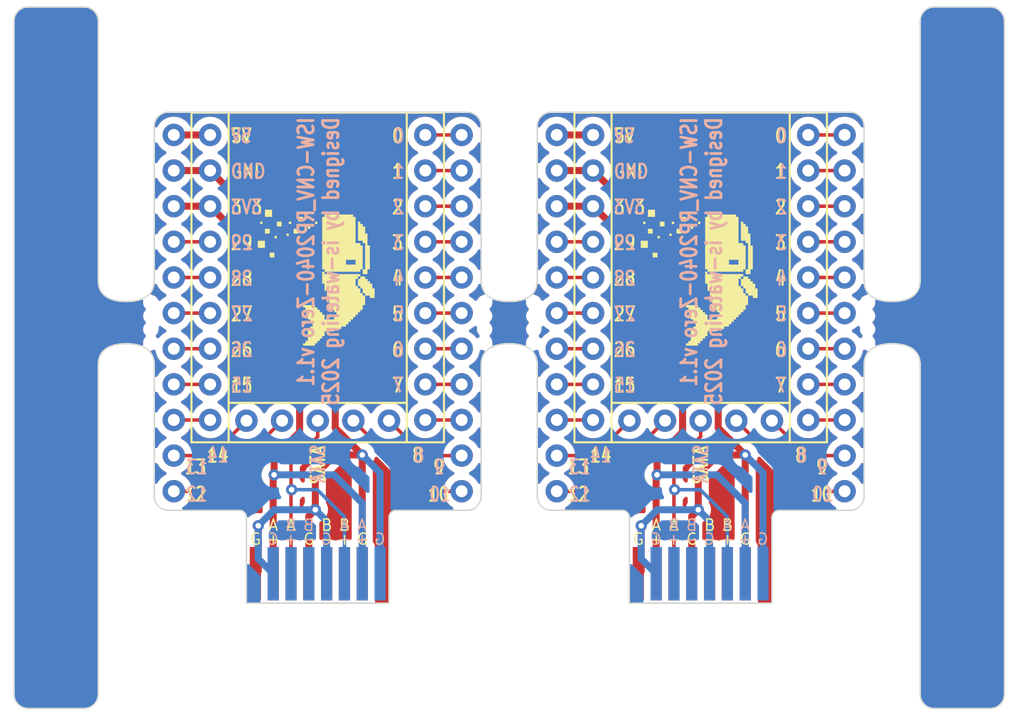
<source format=kicad_pcb>
(kicad_pcb (version 20240108) (generator "pcbnew") (generator_version "8.0")
  (title_block (title "ISW-CNV_RP2040-Zero") (rev "1.1"))
  (layers (0 "F.Cu" signal) (31 "B.Cu" signal) (34 "B.Paste" user) (35 "F.Paste" user) (36 "B.SilkS" user "B.Silkscreen") (37 "F.SilkS" user "F.Silkscreen") (38 "B.Mask" user) (39 "F.Mask" user) (44 "Edge.Cuts" user))
  (net 0 "")
  (net 1 "unconnected-(U1-Pad29)")
  (net 2 "unconnected-(U1-Pad8)")
  (net 3 "unconnected-(U1-Pad14)")
  (net 4 "unconnected-(U1-Pad3)")
  (net 5 "unconnected-(U1-Pad4)")
  (net 6 "unconnected-(U1-Pad15)")
  (net 7 "unconnected-(U1-Pad28)")
  (net 8 "unconnected-(U1-Pad7)")
  (net 9 "DATA")
  (net 11 "GND")
  (net 15 "+3V3")
  (net 16 "unconnected-(U1-Pad2)")
  (net 17 "unconnected-(U1-Pad5)")
  (net 18 "unconnected-(U1-Pad13)_1")
  (net 19 "unconnected-(U1-Pad26)")
  (net 20 "unconnected-(U1-Pad6)")
  (net 21 "unconnected-(U1-Pad12)")
  (net 22 "unconnected-(U1-Pad1)")
  (net 23 "unconnected-(U1-Pad9)")
  (net 24 "unconnected-(U1-Pad27)")
  (net 25 "unconnected-(U1-Pad0)")
  (net 26 "+5V")
  (net 27 "unconnected-(U1-Pad10)")
  (footprint "isw-kbd_working:Mouse-Bites" (layer "F.Cu") (at 70.815921 53.542288 90)
    (property "Reference" "REF**" (hide yes))
    (property "Value" "Mouse-Bites" (hide yes))
    (fp_curve (pts (xy 2.999536 -2) (xy 1.895919 -1.999749) (xy 1.5 -1.103675) (xy 1.5 0)) (stroke (width 0.1)) (layer "Edge.Cuts"))
    (fp_curve (pts (xy 1.5 0) (xy 1.5 1.103675) (xy 1.895919 1.999749) (xy 2.999536 2)) (stroke (width 0.1)) (layer "Edge.Cuts"))
    (fp_curve (pts (xy -1.5 0) (xy -1.5 -1.10383) (xy -1.89617 -2) (xy -3 -2)) (stroke (width 0.1)) (layer "Edge.Cuts"))
    (fp_curve (pts (xy -3 2) (xy -1.89617 2) (xy -1.5 1.10383) (xy -1.5 0)) (stroke (width 0.1)) (layer "Edge.Cuts"))
  )
  (footprint "isw-kbd:RP2040-Zero" (layer "F.Cu") (at 84.465921 50.322288)
    (property "Reference" "U1" (hide yes))
    (property "Value" "RP2040-Zero" (hide yes))
  )
  (footprint "isw-kbd:RP2040-Zero" (layer "F.Cu") (at 111.765921 50.322288)
    (property "Reference" "U1" (hide yes))
    (property "Value" "RP2040-Zero" (hide yes))
  )
  (footprint "isw-kbd:SATA_Connector_Reversible" (layer "F.Cu") (at 111.130921 71.642288)
    (property "Reference" "J1" (hide yes))
    (property "Value" "SATA")
    (fp_line (start -4.445 -1) (end -4.445 1.9) (stroke (width 0.1)) (layer "Edge.Cuts"))
    (fp_line (start -4.445 1.9) (end 5.715 1.9) (stroke (width 0.1)) (layer "Edge.Cuts"))
    (fp_line (start 5.715 -1) (end 5.715 1.9) (stroke (width 0.1)) (layer "Edge.Cuts"))
  )
  (footprint "isw-logo:logomark_m" (layer "F.Cu") (at 112.083421 50.253538 90)
    (property "Reference" "G***" (hide yes))
    (property "Value" "LOGO" (hide yes))
  )
  (footprint "isw-kbd_working:Mouse-Bites" (layer "F.Cu") (at 125.415921 53.541824 90)
    (property "Reference" "REF**" (hide yes))
    (property "Value" "Mouse-Bites" (hide yes))
    (fp_curve (pts (xy 2.999536 -2) (xy 1.895919 -1.999749) (xy 1.5 -1.103675) (xy 1.5 0)) (stroke (width 0.1)) (layer "Edge.Cuts"))
    (fp_curve (pts (xy 1.5 0) (xy 1.5 1.103675) (xy 1.895919 1.999749) (xy 2.999536 2)) (stroke (width 0.1)) (layer "Edge.Cuts"))
    (fp_curve (pts (xy -1.5 0) (xy -1.5 -1.10383) (xy -1.89617 -2) (xy -3 -2)) (stroke (width 0.1)) (layer "Edge.Cuts"))
    (fp_curve (pts (xy -3 2) (xy -1.89617 2) (xy -1.5 1.10383) (xy -1.5 0)) (stroke (width 0.1)) (layer "Edge.Cuts"))
  )
  (footprint "isw-logo:logomark_m" (layer "F.Cu") (at 84.783421 50.253538 90)
    (property "Reference" "G***" (hide yes))
    (property "Value" "LOGO" (hide yes))
  )
  (footprint "isw-kbd_working:Mouse-Bites" (layer "F.Cu") (at 98.115921 53.541824 90)
    (property "Reference" "REF**" (hide yes))
    (property "Value" "Mouse-Bites" (hide yes))
    (fp_curve (pts (xy 2.999536 -2) (xy 1.895919 -1.999749) (xy 1.5 -1.103675) (xy 1.5 0)) (stroke (width 0.1)) (layer "Edge.Cuts"))
    (fp_curve (pts (xy 1.5 0) (xy 1.5 1.103675) (xy 1.895919 1.999749) (xy 2.999536 2)) (stroke (width 0.1)) (layer "Edge.Cuts"))
    (fp_curve (pts (xy -1.5 0) (xy -1.5 -1.10383) (xy -1.89617 -2) (xy -3 -2)) (stroke (width 0.1)) (layer "Edge.Cuts"))
    (fp_curve (pts (xy -3 2) (xy -1.89617 2) (xy -1.5 1.10383) (xy -1.5 0)) (stroke (width 0.1)) (layer "Edge.Cuts"))
  )
  (footprint "isw-kbd:SATA_Connector_Reversible" (layer "F.Cu") (at 83.830921 71.642288)
    (property "Reference" "J1" (hide yes))
    (property "Value" "SATA")
    (fp_line (start -4.445 -1) (end -4.445 1.9) (stroke (width 0.1)) (layer "Edge.Cuts"))
    (fp_line (start -4.445 1.9) (end 5.715 1.9) (stroke (width 0.1)) (layer "Edge.Cuts"))
    (fp_line (start 5.715 -1) (end 5.715 1.9) (stroke (width 0.1)) (layer "Edge.Cuts"))
  )
  (gr_line (start 96.115921 39.542288) (end 96.115921 50.542288) (stroke (width 0.1)) (layer "Edge.Cuts"))
  (gr_curve (pts (xy 123.415921 65.922288) (xy 123.415921 66.474203) (xy 122.967836 66.922288) (xy 122.415921 66.922288)) (stroke (width 0.1)) (layer "Edge.Cuts"))
  (gr_curve (pts (xy 68.815921 32.042752) (xy 68.815921 31.490837) (xy 68.367836 31.042752) (xy 67.815921 31.042752)) (stroke (width 0.1)) (layer "Edge.Cuts"))
  (gr_line (start 133.415921 80.042288) (end 133.415921 32.042288) (stroke (width 0.1)) (layer "Edge.Cuts"))
  (gr_line (start 72.815921 50.542288) (end 72.815921 39.542288) (stroke (width 0.1)) (layer "Edge.Cuts"))
  (gr_line (start 63.815921 81.042752) (end 67.815921 81.042752) (stroke (width 0.1)) (layer "Edge.Cuts"))
  (gr_curve (pts (xy 95.115921 38.542288) (xy 95.667836 38.542288) (xy 96.115921 38.990373) (xy 96.115921 39.542288)) (stroke (width 0.1)) (layer "Edge.Cuts"))
  (gr_line (start 89.545921 67.422287) (end 89.545921 70.642288) (stroke (width 0.1)) (layer "Edge.Cuts"))
  (gr_line (start 101.115921 38.542288) (end 122.415921 38.542288) (stroke (width 0.1)) (layer "Edge.Cuts"))
  (gr_line (start 78.885923 66.922288) (end 73.815921 66.922288) (stroke (width 0.1)) (layer "Edge.Cuts"))
  (gr_line (start 127.415921 56.541824) (end 127.415921 80.042288) (stroke (width 0.1)) (layer "Edge.Cuts"))
  (gr_curve (pts (xy 106.685921 67.422287) (xy 106.68592 67.146146) (xy 106.462064 66.922289) (xy 106.185923 66.922288)) (stroke (width 0.1)) (layer "Edge.Cuts"))
  (gr_line (start 67.815921 31.042752) (end 63.815921 31.042752) (stroke (width 0.1)) (layer "Edge.Cuts"))
  (gr_curve (pts (xy 79.385921 67.422287) (xy 79.38592 67.146146) (xy 79.162064 66.922289) (xy 78.885923 66.922288)) (stroke (width 0.1)) (layer "Edge.Cuts"))
  (gr_curve (pts (xy 100.115921 39.542288) (xy 100.115921 38.990373) (xy 100.564006 38.542288) (xy 101.115921 38.542288)) (stroke (width 0.1)) (layer "Edge.Cuts"))
  (gr_line (start 96.115921 56.541824) (end 96.115921 65.922288) (stroke (width 0.1)) (layer "Edge.Cuts"))
  (gr_curve (pts (xy 128.415921 31.042288) (xy 127.864006 31.042288) (xy 127.415921 31.490373) (xy 127.415921 32.042288)) (stroke (width 0.1)) (layer "Edge.Cuts"))
  (gr_curve (pts (xy 101.115921 66.922288) (xy 100.564006 66.922288) (xy 100.115921 66.474203) (xy 100.115921 65.922288)) (stroke (width 0.1)) (layer "Edge.Cuts"))
  (gr_curve (pts (xy 67.815921 81.042752) (xy 68.367836 81.042752) (xy 68.815921 80.594667) (xy 68.815921 80.042752)) (stroke (width 0.1)) (layer "Edge.Cuts"))
  (gr_curve (pts (xy 63.815921 31.042752) (xy 63.264006 31.042752) (xy 62.815921 31.490837) (xy 62.815921 32.042752)) (stroke (width 0.1)) (layer "Edge.Cuts"))
  (gr_curve (pts (xy 72.815921 39.542288) (xy 72.815921 38.990373) (xy 73.264006 38.542288) (xy 73.815921 38.542288)) (stroke (width 0.1)) (layer "Edge.Cuts"))
  (gr_curve (pts (xy 96.115921 65.922288) (xy 96.115921 66.474203) (xy 95.667836 66.922288) (xy 95.115921 66.922288)) (stroke (width 0.1)) (layer "Edge.Cuts"))
  (gr_line (start 127.415921 32.042288) (end 127.415921 50.542288) (stroke (width 0.1)) (layer "Edge.Cuts"))
  (gr_line (start 132.415921 31.042288) (end 128.415921 31.042288) (stroke (width 0.1)) (layer "Edge.Cuts"))
  (gr_curve (pts (xy 73.815921 66.922288) (xy 73.264006 66.922288) (xy 72.815921 66.474203) (xy 72.815921 65.922288)) (stroke (width 0.1)) (layer "Edge.Cuts"))
  (gr_curve (pts (xy 62.815921 80.042752) (xy 62.815921 80.594667) (xy 63.264006 81.042752) (xy 63.815921 81.042752)) (stroke (width 0.1)) (layer "Edge.Cuts"))
  (gr_curve (pts (xy 90.045918 66.922288) (xy 89.769777 66.922289) (xy 89.545921 67.146146) (xy 89.545921 67.422287)) (stroke (width 0.1)) (layer "Edge.Cuts"))
  (gr_line (start 72.815921 65.922288) (end 72.815921 56.542288) (stroke (width 0.1)) (layer "Edge.Cuts"))
  (gr_line (start 123.415921 39.542288) (end 123.415921 50.542288) (stroke (width 0.1)) (layer "Edge.Cuts"))
  (gr_line (start 106.185923 66.922288) (end 101.115921 66.922288) (stroke (width 0.1)) (layer "Edge.Cuts"))
  (gr_line (start 73.815921 38.542288) (end 95.115921 38.542288) (stroke (width 0.1)) (layer "Edge.Cuts"))
  (gr_line (start 128.415921 81.042288) (end 132.415921 81.042288) (stroke (width 0.1)) (layer "Edge.Cuts"))
  (gr_line (start 123.415921 56.541824) (end 123.415921 65.922288) (stroke (width 0.1)) (layer "Edge.Cuts"))
  (gr_line (start 79.385921 70.642288) (end 79.385921 67.422287) (stroke (width 0.1)) (layer "Edge.Cuts"))
  (gr_line (start 68.815921 50.542752) (end 68.815921 32.042752) (stroke (width 0.1)) (layer "Edge.Cuts"))
  (gr_curve (pts (xy 133.415921 32.042288) (xy 133.415921 31.490373) (xy 132.967836 31.042288) (xy 132.415921 31.042288)) (stroke (width 0.1)) (layer "Edge.Cuts"))
  (gr_line (start 62.815921 32.042752) (end 62.815921 80.042752) (stroke (width 0.1)) (layer "Edge.Cuts"))
  (gr_curve (pts (xy 132.415921 81.042288) (xy 132.967836 81.042288) (xy 133.415921 80.594203) (xy 133.415921 80.042288)) (stroke (width 0.1)) (layer "Edge.Cuts"))
  (gr_line (start 116.845921 67.422287) (end 116.845921 70.642288) (stroke (width 0.1)) (layer "Edge.Cuts"))
  (gr_line (start 100.115921 65.922288) (end 100.115921 56.541824) (stroke (width 0.1)) (layer "Edge.Cuts"))
  (gr_curve (pts (xy 122.415921 38.542288) (xy 122.967836 38.542288) (xy 123.415921 38.990373) (xy 123.415921 39.542288)) (stroke (width 0.1)) (layer "Edge.Cuts"))
  (gr_line (start 106.685921 70.642288) (end 106.685921 67.422287) (stroke (width 0.1)) (layer "Edge.Cuts"))
  (gr_line (start 100.115921 50.542288) (end 100.115921 39.542288) (stroke (width 0.1)) (layer "Edge.Cuts"))
  (gr_line (start 95.115921 66.922288) (end 90.045918 66.922288) (stroke (width 0.1)) (layer "Edge.Cuts"))
  (gr_curve (pts (xy 117.345918 66.922288) (xy 117.069777 66.922289) (xy 116.845921 67.146146) (xy 116.845921 67.422287)) (stroke (width 0.1)) (layer "Edge.Cuts"))
  (gr_curve (pts (xy 127.415921 80.042288) (xy 127.415921 80.594203) (xy 127.864006 81.042288) (xy 128.415921 81.042288)) (stroke (width 0.1)) (layer "Edge.Cuts"))
  (gr_line (start 122.415921 66.922288) (end 117.345918 66.922288) (stroke (width 0.1)) (layer "Edge.Cuts"))
  (gr_line (start 68.815921 80.042752) (end 68.815921 56.542288) (stroke (width 0.1)) (layer "Edge.Cuts"))
  (gr_text "ISW-CNV_RP2040-Zero v1.1\nDesigned by is-watering 2025" (at 86.05689 38.797288 90) (layer "B.SilkS") (effects (font (size 1.1 0.88) (thickness 0.2) (bold yes)) (justify left bottom mirror)))
  (gr_text "ISW-CNV_RP2040-Zero v1.1\nDesigned by is-watering 2025" (at 113.35689 38.797288 90) (layer "B.SilkS") (effects (font (size 1.1 0.88) (thickness 0.2) (bold yes)) (justify left bottom mirror)))
  (segment (start 104.095921 47.782288) (end 101.505921 47.782288) (width 0.25) (layer "F.Cu") (net 1))
  (segment (start 76.795921 47.782288) (end 74.205921 47.782288) (width 0.25) (layer "F.Cu") (net 1))
  (segment (start 119.435921 60.482288) (end 122.025921 60.482288) (width 0.25) (layer "F.Cu") (net 2))
  (segment (start 92.135921 60.482288) (end 94.725921 60.482288) (width 0.25) (layer "F.Cu") (net 2))
  (segment (start 104.095921 60.482288) (end 101.505921 60.482288) (width 0.25) (layer "F.Cu") (net 3))
  (segment (start 76.795921 60.482288) (end 74.205921 60.482288) (width 0.25) (layer "F.Cu") (net 3))
  (segment (start 119.435921 47.782288) (end 122.025921 47.782288) (width 0.25) (layer "F.Cu") (net 4))
  (segment (start 92.135921 47.782288) (end 94.725921 47.782288) (width 0.25) (layer "F.Cu") (net 4))
  (segment (start 92.135921 50.322288) (end 94.725921 50.322288) (width 0.25) (layer "F.Cu") (net 5))
  (segment (start 119.435921 50.322288) (end 122.025921 50.322288) (width 0.25) (layer "F.Cu") (net 5))
  (segment (start 104.095921 57.942288) (end 101.505921 57.942288) (width 0.25) (layer "F.Cu") (net 6))
  (segment (start 76.795921 57.942288) (end 74.205921 57.942288) (width 0.25) (layer "F.Cu") (net 6))
  (segment (start 76.795921 50.322288) (end 74.205921 50.322288) (width 0.25) (layer "F.Cu") (net 7))
  (segment (start 104.095921 50.322288) (end 101.505921 50.322288) (width 0.25) (layer "F.Cu") (net 7))
  (segment (start 119.435921 57.942288) (end 122.025921 57.942288) (width 0.25) (layer "F.Cu") (net 8))
  (segment (start 92.135921 57.942288) (end 94.725921 57.942288) (width 0.25) (layer "F.Cu") (net 8))
  (segment (start 111.765921 61.663658) (end 109.860921 63.568658) (width 0.25) (layer "F.Cu") (net 9))
  (segment (start 82.605921 65.452288) (end 82.560921 65.497288) (width 0.25) (layer "F.Cu") (net 9))
  (segment (start 82.560921 65.497288) (end 82.560921 71.442288) (width 0.25) (layer "F.Cu") (net 9))
  (segment (start 109.905921 65.452288) (end 109.860921 65.497288) (width 0.25) (layer "F.Cu") (net 9))
  (segment (start 82.560921 65.407288) (end 82.605921 65.452288) (width 0.25) (layer "F.Cu") (net 9))
  (segment (start 109.860921 65.407288) (end 109.905921 65.452288) (width 0.25) (layer "F.Cu") (net 9))
  (segment (start 109.860921 65.497288) (end 109.860921 71.442288) (width 0.25) (layer "F.Cu") (net 9))
  (segment (start 84.465921 60.532288) (end 84.465921 61.663658) (width 0.25) (layer "F.Cu") (net 9))
  (segment (start 84.465921 61.663658) (end 82.560921 63.568658) (width 0.25) (layer "F.Cu") (net 9))
  (segment (start 82.560921 63.568658) (end 82.560921 65.407288) (width 0.25) (layer "F.Cu") (net 9))
  (segment (start 111.765921 60.532288) (end 111.765921 61.663658) (width 0.25) (layer "F.Cu") (net 9))
  (segment (start 109.860921 63.568658) (end 109.860921 65.407288) (width 0.25) (layer "F.Cu") (net 9))
  (via (at 82.605921 65.452288) (size 0.8) (drill 0.4) (layers "F.Cu" "B.Cu") (net 9))
  (via (at 109.905921 65.452288) (size 0.8) (drill 0.4) (layers "F.Cu" "B.Cu") (net 9))
  (segment (start 84.435921 65.452288) (end 86.370921 67.387288) (width 0.25) (layer "B.Cu") (net 9))
  (segment (start 111.735921 65.452288) (end 113.670921 67.387288) (width 0.25) (layer "B.Cu") (net 9))
  (segment (start 113.670921 67.387288) (end 113.670921 71.442288) (width 0.25) (layer "B.Cu") (net 9))
  (segment (start 82.605921 65.452288) (end 84.435921 65.452288) (width 0.25) (layer "B.Cu") (net 9))
  (segment (start 109.905921 65.452288) (end 111.735921 65.452288) (width 0.25) (layer "B.Cu") (net 9))
  (segment (start 86.370921 67.387288) (end 86.370921 71.442288) (width 0.25) (layer "B.Cu") (net 9))
  (segment (start 80.225921 68.022288) (end 80.225921 71.237288) (width 0.5) (layer "F.Cu") (net 11))
  (segment (start 107.525921 71.237288) (end 107.320921 71.442288) (width 0.5) (layer "F.Cu") (net 11))
  (segment (start 113.003154 62.975055) (end 114.940921 62.975055) (width 0.5) (layer "F.Cu") (net 11))
  (segment (start 76.795921 42.702288) (end 74.205921 42.702288) (width 0.5) (layer "F.Cu") (net 11))
  (segment (start 111.595921 66.882288) (end 111.595921 64.382288) (width 0.5) (layer "F.Cu") (net 11))
  (segment (start 87.640921 62.975055) (end 87.640921 71.442288) (width 0.5) (layer "F.Cu") (net 11))
  (segment (start 85.703154 62.975055) (end 87.640921 62.975055) (width 0.5) (layer "F.Cu") (net 11))
  (segment (start 113.015921 51.622288) (end 113.015921 61.050055) (width 0.5) (layer "F.Cu") (net 11))
  (segment (start 113.015921 61.050055) (end 114.940921 62.975055) (width 0.5) (layer "F.Cu") (net 11))
  (segment (start 111.130921 67.347288) (end 111.130921 71.442288) (width 0.5) (layer "F.Cu") (net 11))
  (segment (start 85.715921 61.050055) (end 87.640921 62.975055) (width 0.5) (layer "F.Cu") (net 11))
  (segment (start 76.795921 42.702288) (end 85.715921 51.622288) (width 0.5) (layer "F.Cu") (net 11))
  (segment (start 111.595921 66.882288) (end 111.130921 67.347288) (width 0.5) (layer "F.Cu") (net 11))
  (segment (start 111.595921 64.382288) (end 113.003154 62.975055) (width 0.5) (layer "F.Cu") (net 11))
  (segment (start 107.525921 68.022288) (end 107.525921 71.237288) (width 0.5) (layer "F.Cu") (net 11))
  (segment (start 84.295921 66.882288) (end 83.830921 67.347288) (width 0.5) (layer "F.Cu") (net 11))
  (segment (start 114.940921 62.975055) (end 114.940921 71.442288) (width 0.5) (layer "F.Cu") (net 11))
  (segment (start 80.225921 71.237288) (end 80.020921 71.442288) (width 0.5) (layer "F.Cu") (net 11))
  (segment (start 85.715921 51.622288) (end 85.715921 61.050055) (width 0.5) (layer "F.Cu") (net 11))
  (segment (start 104.095921 42.702288) (end 113.015921 51.622288) (width 0.5) (layer "F.Cu") (net 11))
  (segment (start 84.295921 64.382288) (end 85.703154 62.975055) (width 0.5) (layer "F.Cu") (net 11))
  (segment (start 83.830921 67.347288) (end 83.830921 71.442288) (width 0.5) (layer "F.Cu") (net 11))
  (segment (start 84.295921 66.882288) (end 84.295921 64.382288) (width 0.5) (layer "F.Cu") (net 11))
  (segment (start 104.095921 42.702288) (end 101.505921 42.702288) (width 0.5) (layer "F.Cu") (net 11))
  (via (at 114.940921 62.975055) (size 0.8) (drill 0.4) (layers "F.Cu" "B.Cu") (net 11))
  (via (at 87.640921 62.975055) (size 0.8) (drill 0.4) (layers "F.Cu" "B.Cu") (net 11))
  (via (at 80.225921 68.022288) (size 0.8) (drill 0.4) (layers "F.Cu" "B.Cu") (net 11))
  (via (at 111.595921 66.882288) (size 0.8) (drill 0.4) (layers "F.Cu" "B.Cu") (net 11))
  (via (at 84.295921 66.882288) (size 0.8) (drill 0.4) (layers "F.Cu" "B.Cu") (net 11))
  (via (at 107.525921 68.022288) (size 0.8) (drill 0.4) (layers "F.Cu" "B.Cu") (net 11))
  (segment (start 80.195921 68.022288) (end 80.145921 68.072288) (width 0.5) (layer "B.Cu") (net 11))
  (segment (start 107.525921 68.022288) (end 107.525921 70.377288) (width 0.5) (layer "B.Cu") (net 11))
  (segment (start 111.595921 66.882288) (end 112.400921 67.687288) (width 0.5) (layer "B.Cu") (net 11))
  (segment (start 111.595921 66.882288) (end 111.465921 66.752288) (width 0.5) (layer "B.Cu") (net 11))
  (segment (start 112.400921 67.687288) (end 112.400921 71.442288) (width 0.5) (layer "B.Cu") (net 11))
  (segment (start 88.910921 64.245055) (end 88.910921 71.442288) (width 0.5) (layer "B.Cu") (net 11))
  (segment (start 107.525921 68.022288) (end 107.495921 68.022288) (width 0.5) (layer "B.Cu") (net 11))
  (segment (start 107.495921 68.022288) (end 107.445921 68.072288) (width 0.5) (layer "B.Cu") (net 11))
  (segment (start 114.940921 62.975055) (end 116.210921 64.245055) (width 0.5) (layer "B.Cu") (net 11))
  (segment (start 84.295921 66.882288) (end 84.165921 66.752288) (width 0.5) (layer "B.Cu") (net 11))
  (segment (start 107.525921 70.377288) (end 108.590921 71.442288) (width 0.5) (layer "B.Cu") (net 11))
  (segment (start 84.295921 66.882288) (end 81.365921 66.882288) (width 0.5) (layer "B.Cu") (net 11))
  (segment (start 81.365921 66.882288) (end 80.225921 68.022288) (width 0.5) (layer "B.Cu") (net 11))
  (segment (start 80.225921 68.022288) (end 80.195921 68.022288) (width 0.5) (layer "B.Cu") (net 11))
  (segment (start 116.210921 64.245055) (end 116.210921 71.442288) (width 0.5) (layer "B.Cu") (net 11))
  (segment (start 80.225921 70.377288) (end 81.290921 71.442288) (width 0.5) (layer "B.Cu") (net 11))
  (segment (start 111.595921 66.882288) (end 108.665921 66.882288) (width 0.5) (layer "B.Cu") (net 11))
  (segment (start 84.295921 66.882288) (end 85.100921 67.687288) (width 0.5) (layer "B.Cu") (net 11))
  (segment (start 85.100921 67.687288) (end 85.100921 71.442288) (width 0.5) (layer "B.Cu") (net 11))
  (segment (start 108.665921 66.882288) (end 107.525921 68.022288) (width 0.5) (layer "B.Cu") (net 11))
  (segment (start 87.640921 62.975055) (end 88.910921 64.245055) (width 0.5) (layer "B.Cu") (net 11))
  (segment (start 80.225921 68.022288) (end 80.225921 70.377288) (width 0.5) (layer "B.Cu") (net 11))
  (segment (start 81.355921 64.392288) (end 81.290921 64.457288) (width 0.5) (layer "F.Cu") (net 15))
  (segment (start 76.795921 45.242288) (end 74.205921 45.242288) (width 0.5) (layer "F.Cu") (net 15))
  (segment (start 83.175921 51.622288) (end 76.795921 45.242288) (width 0.5) (layer "F.Cu") (net 15))
  (segment (start 83.175921 61.342288) (end 83.175921 51.622288) (width 0.5) (layer "F.Cu") (net 15))
  (segment (start 110.475921 61.342288) (end 110.475921 51.622288) (width 0.5) (layer "F.Cu") (net 15))
  (segment (start 108.655921 64.392288) (end 108.655921 63.162288) (width 0.5) (layer "F.Cu") (net 15))
  (segment (start 81.355921 63.162288) (end 83.175921 61.342288) (width 0.5) (layer "F.Cu") (net 15))
  (segment (start 108.655921 63.162288) (end 110.475921 61.342288) (width 0.5) (layer "F.Cu") (net 15))
  (segment (start 110.475921 51.622288) (end 104.095921 45.242288) (width 0.5) (layer "F.Cu") (net 15))
  (segment (start 81.355921 64.392288) (end 81.355921 63.162288) (width 0.5) (layer "F.Cu") (net 15))
  (segment (start 108.590921 64.457288) (end 108.590921 71.442288) (width 0.5) (layer "F.Cu") (net 15))
  (segment (start 108.655921 64.392288) (end 108.590921 64.457288) (width 0.5) (layer "F.Cu") (net 15))
  (segment (start 81.290921 64.457288) (end 81.290921 71.442288) (width 0.5) (layer "F.Cu") (net 15))
  (segment (start 104.095921 45.242288) (end 101.505921 45.242288) (width 0.5) (layer "F.Cu") (net 15))
  (via (at 108.655921 64.392288) (size 0.8) (drill 0.4) (layers "F.Cu" "B.Cu") (net 15))
  (via (at 81.355921 64.392288) (size 0.8) (drill 0.4) (layers "F.Cu" "B.Cu") (net 15))
  (segment (start 85.625921 64.392288) (end 87.640921 66.407288) (width 0.5) (layer "B.Cu") (net 15))
  (segment (start 112.925921 64.392288) (end 114.940921 66.407288) (width 0.5) (layer "B.Cu") (net 15))
  (segment (start 81.355921 64.392288) (end 85.625921 64.392288) (width 0.5) (layer "B.Cu") (net 15))
  (segment (start 114.940921 66.407288) (end 114.940921 71.442288) (width 0.5) (layer "B.Cu") (net 15))
  (segment (start 108.655921 64.392288) (end 112.925921 64.392288) (width 0.5) (layer "B.Cu") (net 15))
  (segment (start 87.640921 66.407288) (end 87.640921 71.442288) (width 0.5) (layer "B.Cu") (net 15))
  (segment (start 92.135921 45.242288) (end 94.725921 45.242288) (width 0.25) (layer "F.Cu") (net 16))
  (segment (start 119.435921 45.242288) (end 122.025921 45.242288) (width 0.25) (layer "F.Cu") (net 16))
  (segment (start 119.435921 52.862288) (end 122.025921 52.862288) (width 0.25) (layer "F.Cu") (net 17))
  (segment (start 92.135921 52.862288) (end 94.725921 52.862288) (width 0.25) (layer "F.Cu") (net 17))
  (segment (start 104.195921 63.022288) (end 101.505921 63.022288) (width 0.25) (layer "F.Cu") (net 18))
  (segment (start 76.895921 63.022288) (end 74.205921 63.022288) (width 0.25) (layer "F.Cu") (net 18))
  (segment (start 79.385921 60.532288) (end 76.895921 63.022288) (width 0.25) (layer "F.Cu") (net 18))
  (segment (start 106.685921 60.532288) (end 104.195921 63.022288) (width 0.25) (layer "F.Cu") (net 18))
  (segment (start 104.095921 55.402288) (end 101.505921 55.402288) (width 0.25) (layer "F.Cu") (net 19))
  (segment (start 76.795921 55.402288) (end 74.205921 55.402288) (width 0.25) (layer "F.Cu") (net 19))
  (segment (start 119.435921 55.402288) (end 122.025921 55.402288) (width 0.25) (layer "F.Cu") (net 20))
  (segment (start 92.135921 55.402288) (end 94.725921 55.402288) (width 0.25) (layer "F.Cu") (net 20))
  (segment (start 109.225921 60.532288) (end 104.195921 65.562288) (width 0.25) (layer "F.Cu") (net 21))
  (segment (start 81.925921 60.532288) (end 76.895921 65.562288) (width 0.25) (layer "F.Cu") (net 21))
  (segment (start 76.895921 65.562288) (end 74.205921 65.562288) (width 0.25) (layer "F.Cu") (net 21))
  (segment (start 104.195921 65.562288) (end 101.505921 65.562288) (width 0.25) (layer "F.Cu") (net 21))
  (segment (start 119.435921 42.702288) (end 122.025921 42.702288) (width 0.25) (layer "F.Cu") (net 22))
  (segment (start 92.135921 42.702288) (end 94.725921 42.702288) (width 0.25) (layer "F.Cu") (net 22))
  (segment (start 119.335921 63.022288) (end 122.025921 63.022288) (width 0.25) (layer "F.Cu") (net 23))
  (segment (start 92.035921 63.022288) (end 94.725921 63.022288) (width 0.25) (layer "F.Cu") (net 23))
  (segment (start 89.545921 60.532288) (end 92.035921 63.022288) (width 0.25) (layer "F.Cu") (net 23))
  (segment (start 116.845921 60.532288) (end 119.335921 63.022288) (width 0.25) (layer "F.Cu") (net 23))
  (segment (start 104.095921 52.862288) (end 101.505921 52.862288) (width 0.25) (layer "F.Cu") (net 24))
  (segment (start 76.795921 52.862288) (end 74.205921 52.862288) (width 0.25) (layer "F.Cu") (net 24))
  (segment (start 119.435921 40.162288) (end 122.025921 40.162288) (width 0.25) (layer "F.Cu") (net 25))
  (segment (start 92.135921 40.162288) (end 94.725921 40.162288) (width 0.25) (layer "F.Cu") (net 25))
  (segment (start 76.795921 40.162288) (end 74.205921 40.162288) (width 0.5) (layer "F.Cu") (net 26))
  (segment (start 104.095921 40.162288) (end 101.505921 40.162288) (width 0.5) (layer "F.Cu") (net 26))
  (segment (start 119.335921 65.562288) (end 122.025921 65.562288) (width 0.25) (layer "F.Cu") (net 27))
  (segment (start 114.305921 60.532288) (end 119.335921 65.562288) (width 0.25) (layer "F.Cu") (net 27))
  (segment (start 92.035921 65.562288) (end 94.725921 65.562288) (width 0.25) (layer "F.Cu") (net 27))
  (segment (start 87.005921 60.532288) (end 92.035921 65.562288) (width 0.25) (layer "F.Cu") (net 27))
  (zone (net 0) (net_name "") (layers "F&B.Cu") (connect_pads (clearance 0.5)) (min_thickness 0.25) (fill yes (thermal_gap 0.5) (thermal_bridge_width 0.5) (island_removal_mode 1) (island_area_min 10))
    (polygon (pts (xy 61.815921 30.542288) (xy 134.815921 30.542288) (xy 134.815921 81.542288) (xy 61.815921 81.542288)))
  )
)
</source>
